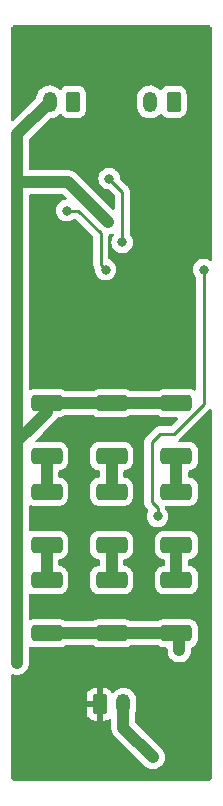
<source format=gbr>
%TF.GenerationSoftware,KiCad,Pcbnew,(6.0.2)*%
%TF.CreationDate,2022-02-16T12:52:40-05:00*%
%TF.ProjectId,aquabotsBMSModule,61717561-626f-4747-9342-4d534d6f6475,rev?*%
%TF.SameCoordinates,Original*%
%TF.FileFunction,Copper,L2,Bot*%
%TF.FilePolarity,Positive*%
%FSLAX46Y46*%
G04 Gerber Fmt 4.6, Leading zero omitted, Abs format (unit mm)*
G04 Created by KiCad (PCBNEW (6.0.2)) date 2022-02-16 12:52:40*
%MOMM*%
%LPD*%
G01*
G04 APERTURE LIST*
G04 Aperture macros list*
%AMRoundRect*
0 Rectangle with rounded corners*
0 $1 Rounding radius*
0 $2 $3 $4 $5 $6 $7 $8 $9 X,Y pos of 4 corners*
0 Add a 4 corners polygon primitive as box body*
4,1,4,$2,$3,$4,$5,$6,$7,$8,$9,$2,$3,0*
0 Add four circle primitives for the rounded corners*
1,1,$1+$1,$2,$3*
1,1,$1+$1,$4,$5*
1,1,$1+$1,$6,$7*
1,1,$1+$1,$8,$9*
0 Add four rect primitives between the rounded corners*
20,1,$1+$1,$2,$3,$4,$5,0*
20,1,$1+$1,$4,$5,$6,$7,0*
20,1,$1+$1,$6,$7,$8,$9,0*
20,1,$1+$1,$8,$9,$2,$3,0*%
G04 Aperture macros list end*
%TA.AperFunction,ComponentPad*%
%ADD10RoundRect,0.250000X-0.350000X-0.625000X0.350000X-0.625000X0.350000X0.625000X-0.350000X0.625000X0*%
%TD*%
%TA.AperFunction,ComponentPad*%
%ADD11O,1.200000X1.750000*%
%TD*%
%TA.AperFunction,ComponentPad*%
%ADD12RoundRect,0.250000X0.350000X0.625000X-0.350000X0.625000X-0.350000X-0.625000X0.350000X-0.625000X0*%
%TD*%
%TA.AperFunction,SMDPad,CuDef*%
%ADD13RoundRect,0.250000X-1.075000X0.425000X-1.075000X-0.425000X1.075000X-0.425000X1.075000X0.425000X0*%
%TD*%
%TA.AperFunction,ViaPad*%
%ADD14C,0.800000*%
%TD*%
%TA.AperFunction,Conductor*%
%ADD15C,0.250000*%
%TD*%
%TA.AperFunction,Conductor*%
%ADD16C,1.000000*%
%TD*%
G04 APERTURE END LIST*
D10*
%TO.P,POWER1,1*%
%TO.N,GND*%
X129000000Y-100000000D03*
D11*
%TO.P,POWER1,2*%
%TO.N,Net-(F1-Pad2)*%
X131000000Y-100000000D03*
%TD*%
D12*
%TO.P,RX1,1*%
%TO.N,RXD0*%
X126750000Y-49000000D03*
D11*
%TO.P,RX1,2*%
%TO.N,VCC*%
X124750000Y-49000000D03*
%TD*%
D12*
%TO.P,TX1,1*%
%TO.N,Net-(TX1-Pad1)*%
X135250000Y-49000000D03*
D11*
%TO.P,TX1,2*%
%TO.N,Net-(TX1-Pad2)*%
X133250000Y-49000000D03*
%TD*%
D13*
%TO.P,R32,1*%
%TO.N,Net-(R32-Pad1)*%
X124500000Y-82000000D03*
%TO.P,R32,2*%
%TO.N,Net-(R31-Pad1)*%
X124500000Y-86500000D03*
%TD*%
%TO.P,R39,1*%
%TO.N,VCC*%
X135500000Y-74500000D03*
%TO.P,R39,2*%
%TO.N,Net-(R38-Pad1)*%
X135500000Y-79000000D03*
%TD*%
%TO.P,R33,1*%
%TO.N,VCC*%
X124500000Y-74500000D03*
%TO.P,R33,2*%
%TO.N,Net-(R32-Pad1)*%
X124500000Y-79000000D03*
%TD*%
%TO.P,R31,1*%
%TO.N,Net-(R31-Pad1)*%
X124500000Y-89500000D03*
%TO.P,R31,2*%
%TO.N,Net-(Q1-Pad3)*%
X124500000Y-94000000D03*
%TD*%
%TO.P,R36,1*%
%TO.N,VCC*%
X130000000Y-74500000D03*
%TO.P,R36,2*%
%TO.N,Net-(R35-Pad1)*%
X130000000Y-79000000D03*
%TD*%
%TO.P,R38,1*%
%TO.N,Net-(R38-Pad1)*%
X135500000Y-82000000D03*
%TO.P,R38,2*%
%TO.N,Net-(R37-Pad1)*%
X135500000Y-86500000D03*
%TD*%
%TO.P,R35,1*%
%TO.N,Net-(R35-Pad1)*%
X130000000Y-82000000D03*
%TO.P,R35,2*%
%TO.N,Net-(R34-Pad1)*%
X130000000Y-86500000D03*
%TD*%
%TO.P,R34,1*%
%TO.N,Net-(R34-Pad1)*%
X130000000Y-89500000D03*
%TO.P,R34,2*%
%TO.N,Net-(Q1-Pad3)*%
X130000000Y-94000000D03*
%TD*%
%TO.P,R37,1*%
%TO.N,Net-(R37-Pad1)*%
X135500000Y-89500000D03*
%TO.P,R37,2*%
%TO.N,Net-(Q1-Pad3)*%
X135500000Y-94000000D03*
%TD*%
D14*
%TO.N,GND*%
X135250000Y-44750000D03*
X137600000Y-58100000D03*
X127200000Y-91400000D03*
X127200000Y-76800000D03*
X136900000Y-53700000D03*
X136400000Y-102900000D03*
X130300000Y-67200000D03*
X136300000Y-70100000D03*
X130000000Y-48800000D03*
X132700000Y-91400000D03*
X127300000Y-104500000D03*
X125600000Y-51100000D03*
X127200000Y-84300000D03*
X131000000Y-54100000D03*
X124800000Y-44750000D03*
X131000000Y-52450000D03*
X134200000Y-58200000D03*
X130100000Y-104500000D03*
X137700000Y-77000000D03*
X127300000Y-98700000D03*
X135900000Y-84400000D03*
X126200000Y-69000000D03*
X132700000Y-91400000D03*
X130000000Y-44750000D03*
X128375000Y-53200000D03*
%TO.N,VREF*%
X133900000Y-84100000D03*
X137800000Y-63200000D03*
%TO.N,TXD0*%
X130900000Y-60900000D03*
X129800000Y-55500000D03*
%TO.N,RXD0*%
X129500000Y-63200000D03*
X126200000Y-58200000D03*
%TO.N,VCC*%
X132750000Y-74500000D03*
X127250000Y-74500000D03*
X122000000Y-96500000D03*
X129700000Y-59200000D03*
X122000000Y-66900000D03*
X123500000Y-76250000D03*
%TO.N,Net-(F1-Pad2)*%
X133500000Y-104500000D03*
%TO.N,Net-(Q1-Pad3)*%
X127250000Y-94000000D03*
X132750000Y-94000000D03*
X135750000Y-95450000D03*
%TD*%
D15*
%TO.N,VREF*%
X133900000Y-83400000D02*
X133400000Y-82900000D01*
X134100000Y-77100000D02*
X135300000Y-77100000D01*
X133900000Y-84100000D02*
X133849990Y-84049990D01*
X137800000Y-74600000D02*
X137800000Y-63200000D01*
X135300000Y-77100000D02*
X137800000Y-74600000D01*
X133400000Y-82900000D02*
X133400000Y-77800000D01*
X133400000Y-77800000D02*
X134100000Y-77100000D01*
X133900000Y-84100000D02*
X133900000Y-83400000D01*
%TO.N,TXD0*%
X130900000Y-56600000D02*
X129800000Y-55500000D01*
X130900000Y-60900000D02*
X130900000Y-56600000D01*
%TO.N,RXD0*%
X129100000Y-62800000D02*
X129100000Y-60100000D01*
X129500000Y-63200000D02*
X129100000Y-62800000D01*
X129100000Y-60100000D02*
X127200000Y-58200000D01*
X127200000Y-58200000D02*
X126200000Y-58200000D01*
D16*
%TO.N,VCC*%
X122000000Y-51750000D02*
X124750000Y-49000000D01*
X130000000Y-74500000D02*
X135500000Y-74500000D01*
X126300000Y-55800000D02*
X122000000Y-55800000D01*
X124500000Y-75250000D02*
X123500000Y-76250000D01*
X122000000Y-95250000D02*
X122000000Y-77750000D01*
X122000000Y-67500000D02*
X122000000Y-77750000D01*
X124500000Y-74500000D02*
X124500000Y-75250000D01*
X122000000Y-67500000D02*
X122000000Y-66900000D01*
X122000000Y-53750000D02*
X122000000Y-51750000D01*
X122000000Y-55800000D02*
X122000000Y-53750000D01*
X124500000Y-74500000D02*
X130000000Y-74500000D01*
X129700000Y-59200000D02*
X126300000Y-55800000D01*
X122000000Y-96500000D02*
X122000000Y-95250000D01*
X122000000Y-77750000D02*
X123500000Y-76250000D01*
X122000000Y-66900000D02*
X122000000Y-55800000D01*
%TO.N,Net-(F1-Pad2)*%
X131000000Y-102000000D02*
X131000000Y-100000000D01*
X133500000Y-104500000D02*
X131000000Y-102000000D01*
%TO.N,Net-(Q1-Pad3)*%
X124500000Y-94000000D02*
X130000000Y-94000000D01*
X135750000Y-94250000D02*
X135500000Y-94000000D01*
X135750000Y-95450000D02*
X135750000Y-94250000D01*
X130000000Y-94000000D02*
X135500000Y-94000000D01*
%TO.N,Net-(R31-Pad1)*%
X124500000Y-86500000D02*
X124500000Y-89500000D01*
%TO.N,Net-(R32-Pad1)*%
X124500000Y-79000000D02*
X124500000Y-82000000D01*
%TO.N,Net-(R34-Pad1)*%
X130000000Y-86500000D02*
X130000000Y-89500000D01*
%TO.N,Net-(R35-Pad1)*%
X130000000Y-79000000D02*
X130000000Y-82000000D01*
%TO.N,Net-(R37-Pad1)*%
X135500000Y-86500000D02*
X135500000Y-89500000D01*
%TO.N,Net-(R38-Pad1)*%
X135500000Y-79000000D02*
X135500000Y-82000000D01*
%TD*%
%TA.AperFunction,Conductor*%
%TO.N,GND*%
G36*
X138402560Y-74987413D02*
G01*
X138461946Y-75026320D01*
X138490870Y-75091157D01*
X138492000Y-75107992D01*
X138492000Y-106277030D01*
X138471998Y-106345151D01*
X138455095Y-106366125D01*
X138366125Y-106455095D01*
X138303813Y-106489121D01*
X138277030Y-106492000D01*
X121722970Y-106492000D01*
X121654849Y-106471998D01*
X121633875Y-106455095D01*
X121544905Y-106366125D01*
X121510879Y-106303813D01*
X121508000Y-106277030D01*
X121508000Y-100672095D01*
X127892001Y-100672095D01*
X127892338Y-100678614D01*
X127902257Y-100774206D01*
X127905149Y-100787600D01*
X127956588Y-100941784D01*
X127962761Y-100954962D01*
X128048063Y-101092807D01*
X128057099Y-101104208D01*
X128171829Y-101218739D01*
X128183240Y-101227751D01*
X128321243Y-101312816D01*
X128334424Y-101318963D01*
X128488710Y-101370138D01*
X128502086Y-101373005D01*
X128596438Y-101382672D01*
X128602854Y-101383000D01*
X128727885Y-101383000D01*
X128743124Y-101378525D01*
X128744329Y-101377135D01*
X128746000Y-101369452D01*
X128746000Y-101364884D01*
X129254000Y-101364884D01*
X129258475Y-101380123D01*
X129259865Y-101381328D01*
X129267548Y-101382999D01*
X129397095Y-101382999D01*
X129403614Y-101382662D01*
X129499206Y-101372743D01*
X129512600Y-101369851D01*
X129666784Y-101318412D01*
X129679958Y-101312240D01*
X129799196Y-101238453D01*
X129867648Y-101219615D01*
X129935418Y-101240776D01*
X129980989Y-101295217D01*
X129991500Y-101345597D01*
X129991500Y-101938157D01*
X129990763Y-101951764D01*
X129986676Y-101989388D01*
X129987213Y-101995523D01*
X129991050Y-102039388D01*
X129991379Y-102044214D01*
X129991500Y-102046686D01*
X129991500Y-102049769D01*
X129991801Y-102052837D01*
X129995690Y-102092506D01*
X129995812Y-102093819D01*
X130003913Y-102186413D01*
X130005400Y-102191532D01*
X130005920Y-102196833D01*
X130032791Y-102285834D01*
X130033126Y-102286967D01*
X130059091Y-102376336D01*
X130061544Y-102381068D01*
X130063084Y-102386169D01*
X130065978Y-102391612D01*
X130106731Y-102468260D01*
X130107343Y-102469426D01*
X130150108Y-102551926D01*
X130153431Y-102556089D01*
X130155934Y-102560796D01*
X130214755Y-102632918D01*
X130215446Y-102633774D01*
X130246738Y-102672973D01*
X130249242Y-102675477D01*
X130249884Y-102676195D01*
X130253585Y-102680528D01*
X130280935Y-102714062D01*
X130285682Y-102717989D01*
X130285684Y-102717991D01*
X130316262Y-102743287D01*
X130325042Y-102751277D01*
X132822075Y-105248309D01*
X132936261Y-105342103D01*
X133110563Y-105435562D01*
X133116456Y-105437364D01*
X133116459Y-105437365D01*
X133293804Y-105491586D01*
X133299698Y-105493388D01*
X133305828Y-105494011D01*
X133305830Y-105494011D01*
X133490334Y-105512752D01*
X133490339Y-105512752D01*
X133496462Y-105513374D01*
X133620525Y-105501646D01*
X133687229Y-105495341D01*
X133687231Y-105495341D01*
X133693362Y-105494761D01*
X133788129Y-105466510D01*
X133876993Y-105440019D01*
X133876995Y-105440018D01*
X133882896Y-105438259D01*
X134057847Y-105346018D01*
X134211547Y-105221553D01*
X134338146Y-105069604D01*
X134432822Y-104895959D01*
X134491965Y-104707232D01*
X134513324Y-104510612D01*
X134496087Y-104313587D01*
X134494368Y-104307670D01*
X134494367Y-104307665D01*
X134442627Y-104129578D01*
X134440909Y-104123664D01*
X134349892Y-103948074D01*
X134322662Y-103913963D01*
X134255458Y-103829777D01*
X134255451Y-103829770D01*
X134253262Y-103827027D01*
X132045405Y-101619171D01*
X132011380Y-101556859D01*
X132008500Y-101530076D01*
X132008500Y-100762557D01*
X132017634Y-100715459D01*
X132065442Y-100596832D01*
X132065443Y-100596829D01*
X132067686Y-100591263D01*
X132108228Y-100383663D01*
X132108500Y-100378101D01*
X132108500Y-99672154D01*
X132093452Y-99514434D01*
X132033908Y-99311466D01*
X132031164Y-99306138D01*
X131939804Y-99128751D01*
X131939802Y-99128748D01*
X131937058Y-99123420D01*
X131806396Y-98957080D01*
X131801865Y-98953148D01*
X131801862Y-98953145D01*
X131651167Y-98822379D01*
X131646637Y-98818448D01*
X131641451Y-98815448D01*
X131641447Y-98815445D01*
X131468742Y-98715533D01*
X131463546Y-98712527D01*
X131263729Y-98643139D01*
X131257794Y-98642278D01*
X131257792Y-98642278D01*
X131060336Y-98613648D01*
X131060333Y-98613648D01*
X131054396Y-98612787D01*
X130843101Y-98622567D01*
X130711923Y-98654181D01*
X130643299Y-98670719D01*
X130643297Y-98670720D01*
X130637466Y-98672125D01*
X130632008Y-98674607D01*
X130632004Y-98674608D01*
X130516959Y-98726916D01*
X130444913Y-98759674D01*
X130272389Y-98882054D01*
X130268251Y-98886377D01*
X130268246Y-98886381D01*
X130180836Y-98977691D01*
X130119280Y-99013067D01*
X130048371Y-99009548D01*
X129990621Y-98968251D01*
X129982674Y-98956863D01*
X129951937Y-98907193D01*
X129942901Y-98895792D01*
X129828171Y-98781261D01*
X129816760Y-98772249D01*
X129678757Y-98687184D01*
X129665576Y-98681037D01*
X129511290Y-98629862D01*
X129497914Y-98626995D01*
X129403562Y-98617328D01*
X129397145Y-98617000D01*
X129272115Y-98617000D01*
X129256876Y-98621475D01*
X129255671Y-98622865D01*
X129254000Y-98630548D01*
X129254000Y-101364884D01*
X128746000Y-101364884D01*
X128746000Y-100272115D01*
X128741525Y-100256876D01*
X128740135Y-100255671D01*
X128732452Y-100254000D01*
X127910116Y-100254000D01*
X127894877Y-100258475D01*
X127893672Y-100259865D01*
X127892001Y-100267548D01*
X127892001Y-100672095D01*
X121508000Y-100672095D01*
X121508000Y-99727885D01*
X127892000Y-99727885D01*
X127896475Y-99743124D01*
X127897865Y-99744329D01*
X127905548Y-99746000D01*
X128727885Y-99746000D01*
X128743124Y-99741525D01*
X128744329Y-99740135D01*
X128746000Y-99732452D01*
X128746000Y-98635116D01*
X128741525Y-98619877D01*
X128740135Y-98618672D01*
X128732452Y-98617001D01*
X128602905Y-98617001D01*
X128596386Y-98617338D01*
X128500794Y-98627257D01*
X128487400Y-98630149D01*
X128333216Y-98681588D01*
X128320038Y-98687761D01*
X128182193Y-98773063D01*
X128170792Y-98782099D01*
X128056261Y-98896829D01*
X128047249Y-98908240D01*
X127962184Y-99046243D01*
X127956037Y-99059424D01*
X127904862Y-99213710D01*
X127901995Y-99227086D01*
X127892328Y-99321438D01*
X127892000Y-99327855D01*
X127892000Y-99727885D01*
X121508000Y-99727885D01*
X121508000Y-97574362D01*
X121528002Y-97506241D01*
X121581658Y-97459748D01*
X121651932Y-97449644D01*
X121671259Y-97453997D01*
X121689838Y-97459748D01*
X121796232Y-97492682D01*
X121802357Y-97493326D01*
X121802358Y-97493326D01*
X121986796Y-97512711D01*
X121986798Y-97512711D01*
X121992925Y-97513355D01*
X122075424Y-97505847D01*
X122183749Y-97495989D01*
X122183752Y-97495988D01*
X122189888Y-97495430D01*
X122195794Y-97493692D01*
X122195798Y-97493691D01*
X122330667Y-97453997D01*
X122379619Y-97439590D01*
X122385077Y-97436737D01*
X122385081Y-97436735D01*
X122492634Y-97380507D01*
X122554890Y-97347960D01*
X122709025Y-97224032D01*
X122836154Y-97072526D01*
X122839121Y-97067128D01*
X122839125Y-97067123D01*
X122928467Y-96904608D01*
X122931433Y-96899213D01*
X122991235Y-96710694D01*
X123008500Y-96556773D01*
X123008500Y-95260558D01*
X123028502Y-95192437D01*
X123082158Y-95145944D01*
X123152432Y-95135840D01*
X123174167Y-95140965D01*
X123263611Y-95170632D01*
X123263613Y-95170632D01*
X123270139Y-95172797D01*
X123276975Y-95173497D01*
X123276978Y-95173498D01*
X123320031Y-95177909D01*
X123374600Y-95183500D01*
X125625400Y-95183500D01*
X125628646Y-95183163D01*
X125628650Y-95183163D01*
X125724308Y-95173238D01*
X125724312Y-95173237D01*
X125731166Y-95172526D01*
X125737702Y-95170345D01*
X125737704Y-95170345D01*
X125869806Y-95126272D01*
X125898946Y-95116550D01*
X126043081Y-95027356D01*
X126109384Y-95008500D01*
X128390342Y-95008500D01*
X128456458Y-95027240D01*
X128595096Y-95112698D01*
X128602262Y-95117115D01*
X128670001Y-95139583D01*
X128763611Y-95170632D01*
X128763613Y-95170632D01*
X128770139Y-95172797D01*
X128776975Y-95173497D01*
X128776978Y-95173498D01*
X128820031Y-95177909D01*
X128874600Y-95183500D01*
X131125400Y-95183500D01*
X131128646Y-95183163D01*
X131128650Y-95183163D01*
X131224308Y-95173238D01*
X131224312Y-95173237D01*
X131231166Y-95172526D01*
X131237702Y-95170345D01*
X131237704Y-95170345D01*
X131369806Y-95126272D01*
X131398946Y-95116550D01*
X131543081Y-95027356D01*
X131609384Y-95008500D01*
X133890342Y-95008500D01*
X133956458Y-95027240D01*
X134095096Y-95112698D01*
X134102262Y-95117115D01*
X134170001Y-95139583D01*
X134263611Y-95170632D01*
X134263613Y-95170632D01*
X134270139Y-95172797D01*
X134276975Y-95173497D01*
X134276978Y-95173498D01*
X134320031Y-95177909D01*
X134374600Y-95183500D01*
X134615500Y-95183500D01*
X134683621Y-95203502D01*
X134730114Y-95257158D01*
X134741500Y-95309500D01*
X134741500Y-95499769D01*
X134741800Y-95502825D01*
X134741800Y-95502832D01*
X134742530Y-95510273D01*
X134755920Y-95646833D01*
X134813084Y-95836169D01*
X134905934Y-96010796D01*
X134976291Y-96097062D01*
X135027040Y-96159287D01*
X135027043Y-96159290D01*
X135030935Y-96164062D01*
X135035682Y-96167989D01*
X135035684Y-96167991D01*
X135178575Y-96286201D01*
X135178579Y-96286203D01*
X135183325Y-96290130D01*
X135357299Y-96384198D01*
X135546232Y-96442682D01*
X135552357Y-96443326D01*
X135552358Y-96443326D01*
X135736796Y-96462711D01*
X135736798Y-96462711D01*
X135742925Y-96463355D01*
X135825424Y-96455847D01*
X135933749Y-96445989D01*
X135933752Y-96445988D01*
X135939888Y-96445430D01*
X135945794Y-96443692D01*
X135945798Y-96443691D01*
X136050924Y-96412751D01*
X136129619Y-96389590D01*
X136135077Y-96386737D01*
X136135081Y-96386735D01*
X136225853Y-96339280D01*
X136304890Y-96297960D01*
X136459025Y-96174032D01*
X136586154Y-96022526D01*
X136589121Y-96017128D01*
X136589125Y-96017123D01*
X136678467Y-95854608D01*
X136681433Y-95849213D01*
X136683846Y-95841608D01*
X136739373Y-95666564D01*
X136739373Y-95666563D01*
X136741235Y-95660694D01*
X136758500Y-95506773D01*
X136758500Y-95254197D01*
X136778502Y-95186076D01*
X136832158Y-95139583D01*
X136844623Y-95134674D01*
X136892002Y-95118867D01*
X136892004Y-95118866D01*
X136898946Y-95116550D01*
X137049348Y-95023478D01*
X137174305Y-94898303D01*
X137267115Y-94747738D01*
X137322797Y-94579861D01*
X137333500Y-94475400D01*
X137333500Y-93524600D01*
X137322526Y-93418834D01*
X137266550Y-93251054D01*
X137173478Y-93100652D01*
X137048303Y-92975695D01*
X136991570Y-92940724D01*
X136903968Y-92886725D01*
X136903966Y-92886724D01*
X136897738Y-92882885D01*
X136737254Y-92829655D01*
X136736389Y-92829368D01*
X136736387Y-92829368D01*
X136729861Y-92827203D01*
X136723025Y-92826503D01*
X136723022Y-92826502D01*
X136679969Y-92822091D01*
X136625400Y-92816500D01*
X134374600Y-92816500D01*
X134371354Y-92816837D01*
X134371350Y-92816837D01*
X134275692Y-92826762D01*
X134275688Y-92826763D01*
X134268834Y-92827474D01*
X134262298Y-92829655D01*
X134262296Y-92829655D01*
X134174378Y-92858987D01*
X134101054Y-92883450D01*
X133956919Y-92972644D01*
X133890616Y-92991500D01*
X131609658Y-92991500D01*
X131543542Y-92972760D01*
X131403968Y-92886725D01*
X131403966Y-92886724D01*
X131397738Y-92882885D01*
X131237254Y-92829655D01*
X131236389Y-92829368D01*
X131236387Y-92829368D01*
X131229861Y-92827203D01*
X131223025Y-92826503D01*
X131223022Y-92826502D01*
X131179969Y-92822091D01*
X131125400Y-92816500D01*
X128874600Y-92816500D01*
X128871354Y-92816837D01*
X128871350Y-92816837D01*
X128775692Y-92826762D01*
X128775688Y-92826763D01*
X128768834Y-92827474D01*
X128762298Y-92829655D01*
X128762296Y-92829655D01*
X128674378Y-92858987D01*
X128601054Y-92883450D01*
X128456919Y-92972644D01*
X128390616Y-92991500D01*
X126109658Y-92991500D01*
X126043542Y-92972760D01*
X125903968Y-92886725D01*
X125903966Y-92886724D01*
X125897738Y-92882885D01*
X125737254Y-92829655D01*
X125736389Y-92829368D01*
X125736387Y-92829368D01*
X125729861Y-92827203D01*
X125723025Y-92826503D01*
X125723022Y-92826502D01*
X125679969Y-92822091D01*
X125625400Y-92816500D01*
X123374600Y-92816500D01*
X123371354Y-92816837D01*
X123371350Y-92816837D01*
X123275692Y-92826762D01*
X123275688Y-92826763D01*
X123268834Y-92827474D01*
X123262292Y-92829657D01*
X123262290Y-92829657D01*
X123174377Y-92858987D01*
X123103427Y-92861572D01*
X123042343Y-92825389D01*
X123010518Y-92761925D01*
X123008500Y-92739464D01*
X123008500Y-90760558D01*
X123028502Y-90692437D01*
X123082158Y-90645944D01*
X123152432Y-90635840D01*
X123174167Y-90640965D01*
X123263611Y-90670632D01*
X123263613Y-90670632D01*
X123270139Y-90672797D01*
X123276975Y-90673497D01*
X123276978Y-90673498D01*
X123320031Y-90677909D01*
X123374600Y-90683500D01*
X125625400Y-90683500D01*
X125628646Y-90683163D01*
X125628650Y-90683163D01*
X125724308Y-90673238D01*
X125724312Y-90673237D01*
X125731166Y-90672526D01*
X125737702Y-90670345D01*
X125737704Y-90670345D01*
X125869806Y-90626272D01*
X125898946Y-90616550D01*
X126049348Y-90523478D01*
X126174305Y-90398303D01*
X126267115Y-90247738D01*
X126322797Y-90079861D01*
X126333500Y-89975400D01*
X128166500Y-89975400D01*
X128177474Y-90081166D01*
X128233450Y-90248946D01*
X128326522Y-90399348D01*
X128451697Y-90524305D01*
X128457927Y-90528145D01*
X128457928Y-90528146D01*
X128595090Y-90612694D01*
X128602262Y-90617115D01*
X128674168Y-90640965D01*
X128763611Y-90670632D01*
X128763613Y-90670632D01*
X128770139Y-90672797D01*
X128776975Y-90673497D01*
X128776978Y-90673498D01*
X128820031Y-90677909D01*
X128874600Y-90683500D01*
X131125400Y-90683500D01*
X131128646Y-90683163D01*
X131128650Y-90683163D01*
X131224308Y-90673238D01*
X131224312Y-90673237D01*
X131231166Y-90672526D01*
X131237702Y-90670345D01*
X131237704Y-90670345D01*
X131369806Y-90626272D01*
X131398946Y-90616550D01*
X131549348Y-90523478D01*
X131674305Y-90398303D01*
X131767115Y-90247738D01*
X131822797Y-90079861D01*
X131833500Y-89975400D01*
X133666500Y-89975400D01*
X133677474Y-90081166D01*
X133733450Y-90248946D01*
X133826522Y-90399348D01*
X133951697Y-90524305D01*
X133957927Y-90528145D01*
X133957928Y-90528146D01*
X134095090Y-90612694D01*
X134102262Y-90617115D01*
X134174168Y-90640965D01*
X134263611Y-90670632D01*
X134263613Y-90670632D01*
X134270139Y-90672797D01*
X134276975Y-90673497D01*
X134276978Y-90673498D01*
X134320031Y-90677909D01*
X134374600Y-90683500D01*
X136625400Y-90683500D01*
X136628646Y-90683163D01*
X136628650Y-90683163D01*
X136724308Y-90673238D01*
X136724312Y-90673237D01*
X136731166Y-90672526D01*
X136737702Y-90670345D01*
X136737704Y-90670345D01*
X136869806Y-90626272D01*
X136898946Y-90616550D01*
X137049348Y-90523478D01*
X137174305Y-90398303D01*
X137267115Y-90247738D01*
X137322797Y-90079861D01*
X137333500Y-89975400D01*
X137333500Y-89024600D01*
X137322526Y-88918834D01*
X137266550Y-88751054D01*
X137173478Y-88600652D01*
X137048303Y-88475695D01*
X136991570Y-88440724D01*
X136903968Y-88386725D01*
X136903966Y-88386724D01*
X136897738Y-88382885D01*
X136737254Y-88329655D01*
X136736389Y-88329368D01*
X136736387Y-88329368D01*
X136729861Y-88327203D01*
X136723025Y-88326503D01*
X136723022Y-88326502D01*
X136628594Y-88316827D01*
X136628589Y-88316827D01*
X136625400Y-88316500D01*
X136625463Y-88315886D01*
X136561066Y-88293354D01*
X136517368Y-88237398D01*
X136508500Y-88190965D01*
X136508500Y-87809029D01*
X136528502Y-87740908D01*
X136582158Y-87694415D01*
X136625433Y-87683823D01*
X136625400Y-87683500D01*
X136627745Y-87683257D01*
X136627747Y-87683256D01*
X136628646Y-87683163D01*
X136628650Y-87683163D01*
X136724308Y-87673238D01*
X136724312Y-87673237D01*
X136731166Y-87672526D01*
X136737702Y-87670345D01*
X136737704Y-87670345D01*
X136869806Y-87626272D01*
X136898946Y-87616550D01*
X137049348Y-87523478D01*
X137174305Y-87398303D01*
X137267115Y-87247738D01*
X137322797Y-87079861D01*
X137333500Y-86975400D01*
X137333500Y-86024600D01*
X137322526Y-85918834D01*
X137266550Y-85751054D01*
X137173478Y-85600652D01*
X137048303Y-85475695D01*
X136991570Y-85440724D01*
X136903968Y-85386725D01*
X136903966Y-85386724D01*
X136897738Y-85382885D01*
X136737254Y-85329655D01*
X136736389Y-85329368D01*
X136736387Y-85329368D01*
X136729861Y-85327203D01*
X136723025Y-85326503D01*
X136723022Y-85326502D01*
X136679969Y-85322091D01*
X136625400Y-85316500D01*
X134374600Y-85316500D01*
X134371354Y-85316837D01*
X134371350Y-85316837D01*
X134275692Y-85326762D01*
X134275688Y-85326763D01*
X134268834Y-85327474D01*
X134262298Y-85329655D01*
X134262296Y-85329655D01*
X134174378Y-85358987D01*
X134101054Y-85383450D01*
X133950652Y-85476522D01*
X133825695Y-85601697D01*
X133732885Y-85752262D01*
X133677203Y-85920139D01*
X133666500Y-86024600D01*
X133666500Y-86975400D01*
X133677474Y-87081166D01*
X133733450Y-87248946D01*
X133826522Y-87399348D01*
X133951697Y-87524305D01*
X133957927Y-87528145D01*
X133957928Y-87528146D01*
X134095090Y-87612694D01*
X134102262Y-87617115D01*
X134174168Y-87640965D01*
X134263611Y-87670632D01*
X134263613Y-87670632D01*
X134270139Y-87672797D01*
X134276975Y-87673497D01*
X134276978Y-87673498D01*
X134371406Y-87683173D01*
X134371411Y-87683173D01*
X134374600Y-87683500D01*
X134374537Y-87684114D01*
X134438934Y-87706646D01*
X134482632Y-87762602D01*
X134491500Y-87809035D01*
X134491500Y-88190971D01*
X134471498Y-88259092D01*
X134417842Y-88305585D01*
X134374567Y-88316177D01*
X134374600Y-88316500D01*
X134372255Y-88316743D01*
X134372253Y-88316744D01*
X134371354Y-88316837D01*
X134371350Y-88316837D01*
X134275692Y-88326762D01*
X134275688Y-88326763D01*
X134268834Y-88327474D01*
X134262298Y-88329655D01*
X134262296Y-88329655D01*
X134174378Y-88358987D01*
X134101054Y-88383450D01*
X133950652Y-88476522D01*
X133825695Y-88601697D01*
X133732885Y-88752262D01*
X133677203Y-88920139D01*
X133666500Y-89024600D01*
X133666500Y-89975400D01*
X131833500Y-89975400D01*
X131833500Y-89024600D01*
X131822526Y-88918834D01*
X131766550Y-88751054D01*
X131673478Y-88600652D01*
X131548303Y-88475695D01*
X131491570Y-88440724D01*
X131403968Y-88386725D01*
X131403966Y-88386724D01*
X131397738Y-88382885D01*
X131237254Y-88329655D01*
X131236389Y-88329368D01*
X131236387Y-88329368D01*
X131229861Y-88327203D01*
X131223025Y-88326503D01*
X131223022Y-88326502D01*
X131128594Y-88316827D01*
X131128589Y-88316827D01*
X131125400Y-88316500D01*
X131125463Y-88315886D01*
X131061066Y-88293354D01*
X131017368Y-88237398D01*
X131008500Y-88190965D01*
X131008500Y-87809029D01*
X131028502Y-87740908D01*
X131082158Y-87694415D01*
X131125433Y-87683823D01*
X131125400Y-87683500D01*
X131127745Y-87683257D01*
X131127747Y-87683256D01*
X131128646Y-87683163D01*
X131128650Y-87683163D01*
X131224308Y-87673238D01*
X131224312Y-87673237D01*
X131231166Y-87672526D01*
X131237702Y-87670345D01*
X131237704Y-87670345D01*
X131369806Y-87626272D01*
X131398946Y-87616550D01*
X131549348Y-87523478D01*
X131674305Y-87398303D01*
X131767115Y-87247738D01*
X131822797Y-87079861D01*
X131833500Y-86975400D01*
X131833500Y-86024600D01*
X131822526Y-85918834D01*
X131766550Y-85751054D01*
X131673478Y-85600652D01*
X131548303Y-85475695D01*
X131491570Y-85440724D01*
X131403968Y-85386725D01*
X131403966Y-85386724D01*
X131397738Y-85382885D01*
X131237254Y-85329655D01*
X131236389Y-85329368D01*
X131236387Y-85329368D01*
X131229861Y-85327203D01*
X131223025Y-85326503D01*
X131223022Y-85326502D01*
X131179969Y-85322091D01*
X131125400Y-85316500D01*
X128874600Y-85316500D01*
X128871354Y-85316837D01*
X128871350Y-85316837D01*
X128775692Y-85326762D01*
X128775688Y-85326763D01*
X128768834Y-85327474D01*
X128762298Y-85329655D01*
X128762296Y-85329655D01*
X128674378Y-85358987D01*
X128601054Y-85383450D01*
X128450652Y-85476522D01*
X128325695Y-85601697D01*
X128232885Y-85752262D01*
X128177203Y-85920139D01*
X128166500Y-86024600D01*
X128166500Y-86975400D01*
X128177474Y-87081166D01*
X128233450Y-87248946D01*
X128326522Y-87399348D01*
X128451697Y-87524305D01*
X128457927Y-87528145D01*
X128457928Y-87528146D01*
X128595090Y-87612694D01*
X128602262Y-87617115D01*
X128674168Y-87640965D01*
X128763611Y-87670632D01*
X128763613Y-87670632D01*
X128770139Y-87672797D01*
X128776975Y-87673497D01*
X128776978Y-87673498D01*
X128871406Y-87683173D01*
X128871411Y-87683173D01*
X128874600Y-87683500D01*
X128874537Y-87684114D01*
X128938934Y-87706646D01*
X128982632Y-87762602D01*
X128991500Y-87809035D01*
X128991500Y-88190971D01*
X128971498Y-88259092D01*
X128917842Y-88305585D01*
X128874567Y-88316177D01*
X128874600Y-88316500D01*
X128872255Y-88316743D01*
X128872253Y-88316744D01*
X128871354Y-88316837D01*
X128871350Y-88316837D01*
X128775692Y-88326762D01*
X128775688Y-88326763D01*
X128768834Y-88327474D01*
X128762298Y-88329655D01*
X128762296Y-88329655D01*
X128674378Y-88358987D01*
X128601054Y-88383450D01*
X128450652Y-88476522D01*
X128325695Y-88601697D01*
X128232885Y-88752262D01*
X128177203Y-88920139D01*
X128166500Y-89024600D01*
X128166500Y-89975400D01*
X126333500Y-89975400D01*
X126333500Y-89024600D01*
X126322526Y-88918834D01*
X126266550Y-88751054D01*
X126173478Y-88600652D01*
X126048303Y-88475695D01*
X125991570Y-88440724D01*
X125903968Y-88386725D01*
X125903966Y-88386724D01*
X125897738Y-88382885D01*
X125737254Y-88329655D01*
X125736389Y-88329368D01*
X125736387Y-88329368D01*
X125729861Y-88327203D01*
X125723025Y-88326503D01*
X125723022Y-88326502D01*
X125628594Y-88316827D01*
X125628589Y-88316827D01*
X125625400Y-88316500D01*
X125625463Y-88315886D01*
X125561066Y-88293354D01*
X125517368Y-88237398D01*
X125508500Y-88190965D01*
X125508500Y-87809029D01*
X125528502Y-87740908D01*
X125582158Y-87694415D01*
X125625433Y-87683823D01*
X125625400Y-87683500D01*
X125627745Y-87683257D01*
X125627747Y-87683256D01*
X125628646Y-87683163D01*
X125628650Y-87683163D01*
X125724308Y-87673238D01*
X125724312Y-87673237D01*
X125731166Y-87672526D01*
X125737702Y-87670345D01*
X125737704Y-87670345D01*
X125869806Y-87626272D01*
X125898946Y-87616550D01*
X126049348Y-87523478D01*
X126174305Y-87398303D01*
X126267115Y-87247738D01*
X126322797Y-87079861D01*
X126333500Y-86975400D01*
X126333500Y-86024600D01*
X126322526Y-85918834D01*
X126266550Y-85751054D01*
X126173478Y-85600652D01*
X126048303Y-85475695D01*
X125991570Y-85440724D01*
X125903968Y-85386725D01*
X125903966Y-85386724D01*
X125897738Y-85382885D01*
X125737254Y-85329655D01*
X125736389Y-85329368D01*
X125736387Y-85329368D01*
X125729861Y-85327203D01*
X125723025Y-85326503D01*
X125723022Y-85326502D01*
X125679969Y-85322091D01*
X125625400Y-85316500D01*
X123374600Y-85316500D01*
X123371354Y-85316837D01*
X123371350Y-85316837D01*
X123275692Y-85326762D01*
X123275688Y-85326763D01*
X123268834Y-85327474D01*
X123262292Y-85329657D01*
X123262290Y-85329657D01*
X123174377Y-85358987D01*
X123103427Y-85361572D01*
X123042343Y-85325389D01*
X123010518Y-85261925D01*
X123008500Y-85239464D01*
X123008500Y-83260558D01*
X123028502Y-83192437D01*
X123082158Y-83145944D01*
X123152432Y-83135840D01*
X123174167Y-83140965D01*
X123263611Y-83170632D01*
X123263613Y-83170632D01*
X123270139Y-83172797D01*
X123276975Y-83173497D01*
X123276978Y-83173498D01*
X123320031Y-83177909D01*
X123374600Y-83183500D01*
X125625400Y-83183500D01*
X125628646Y-83183163D01*
X125628650Y-83183163D01*
X125724308Y-83173238D01*
X125724312Y-83173237D01*
X125731166Y-83172526D01*
X125737702Y-83170345D01*
X125737704Y-83170345D01*
X125869806Y-83126272D01*
X125898946Y-83116550D01*
X126049348Y-83023478D01*
X126174305Y-82898303D01*
X126178146Y-82892072D01*
X126263275Y-82753968D01*
X126263276Y-82753966D01*
X126267115Y-82747738D01*
X126322797Y-82579861D01*
X126333500Y-82475400D01*
X128166500Y-82475400D01*
X128177474Y-82581166D01*
X128233450Y-82748946D01*
X128326522Y-82899348D01*
X128331704Y-82904521D01*
X128339141Y-82911945D01*
X128451697Y-83024305D01*
X128457927Y-83028145D01*
X128457928Y-83028146D01*
X128595090Y-83112694D01*
X128602262Y-83117115D01*
X128674168Y-83140965D01*
X128763611Y-83170632D01*
X128763613Y-83170632D01*
X128770139Y-83172797D01*
X128776975Y-83173497D01*
X128776978Y-83173498D01*
X128820031Y-83177909D01*
X128874600Y-83183500D01*
X131125400Y-83183500D01*
X131128646Y-83183163D01*
X131128650Y-83183163D01*
X131224308Y-83173238D01*
X131224312Y-83173237D01*
X131231166Y-83172526D01*
X131237702Y-83170345D01*
X131237704Y-83170345D01*
X131369806Y-83126272D01*
X131398946Y-83116550D01*
X131549348Y-83023478D01*
X131674305Y-82898303D01*
X131678146Y-82892072D01*
X131763275Y-82753968D01*
X131763276Y-82753966D01*
X131767115Y-82747738D01*
X131822797Y-82579861D01*
X131833500Y-82475400D01*
X131833500Y-81524600D01*
X131822526Y-81418834D01*
X131766550Y-81251054D01*
X131673478Y-81100652D01*
X131548303Y-80975695D01*
X131466473Y-80925254D01*
X131403968Y-80886725D01*
X131403966Y-80886724D01*
X131397738Y-80882885D01*
X131317995Y-80856436D01*
X131236389Y-80829368D01*
X131236387Y-80829368D01*
X131229861Y-80827203D01*
X131223025Y-80826503D01*
X131223022Y-80826502D01*
X131128594Y-80816827D01*
X131128589Y-80816827D01*
X131125400Y-80816500D01*
X131125463Y-80815886D01*
X131061066Y-80793354D01*
X131017368Y-80737398D01*
X131008500Y-80690965D01*
X131008500Y-80309029D01*
X131028502Y-80240908D01*
X131082158Y-80194415D01*
X131125433Y-80183823D01*
X131125400Y-80183500D01*
X131127745Y-80183257D01*
X131127747Y-80183256D01*
X131128646Y-80183163D01*
X131128650Y-80183163D01*
X131224308Y-80173238D01*
X131224312Y-80173237D01*
X131231166Y-80172526D01*
X131237702Y-80170345D01*
X131237704Y-80170345D01*
X131369806Y-80126272D01*
X131398946Y-80116550D01*
X131549348Y-80023478D01*
X131674305Y-79898303D01*
X131767115Y-79747738D01*
X131822797Y-79579861D01*
X131833500Y-79475400D01*
X131833500Y-78524600D01*
X131822526Y-78418834D01*
X131766550Y-78251054D01*
X131673478Y-78100652D01*
X131548303Y-77975695D01*
X131542072Y-77971854D01*
X131403968Y-77886725D01*
X131403966Y-77886724D01*
X131397738Y-77882885D01*
X131255838Y-77835819D01*
X131236389Y-77829368D01*
X131236387Y-77829368D01*
X131229861Y-77827203D01*
X131223025Y-77826503D01*
X131223022Y-77826502D01*
X131179969Y-77822091D01*
X131125400Y-77816500D01*
X128874600Y-77816500D01*
X128871354Y-77816837D01*
X128871350Y-77816837D01*
X128775692Y-77826762D01*
X128775688Y-77826763D01*
X128768834Y-77827474D01*
X128762298Y-77829655D01*
X128762296Y-77829655D01*
X128630194Y-77873728D01*
X128601054Y-77883450D01*
X128450652Y-77976522D01*
X128325695Y-78101697D01*
X128232885Y-78252262D01*
X128177203Y-78420139D01*
X128166500Y-78524600D01*
X128166500Y-79475400D01*
X128177474Y-79581166D01*
X128233450Y-79748946D01*
X128326522Y-79899348D01*
X128451697Y-80024305D01*
X128457927Y-80028145D01*
X128457928Y-80028146D01*
X128595090Y-80112694D01*
X128602262Y-80117115D01*
X128674168Y-80140965D01*
X128763611Y-80170632D01*
X128763613Y-80170632D01*
X128770139Y-80172797D01*
X128776975Y-80173497D01*
X128776978Y-80173498D01*
X128871406Y-80183173D01*
X128871411Y-80183173D01*
X128874600Y-80183500D01*
X128874537Y-80184114D01*
X128938934Y-80206646D01*
X128982632Y-80262602D01*
X128991500Y-80309035D01*
X128991500Y-80690971D01*
X128971498Y-80759092D01*
X128917842Y-80805585D01*
X128874567Y-80816177D01*
X128874600Y-80816500D01*
X128872255Y-80816743D01*
X128872253Y-80816744D01*
X128871354Y-80816837D01*
X128871350Y-80816837D01*
X128775692Y-80826762D01*
X128775688Y-80826763D01*
X128768834Y-80827474D01*
X128762298Y-80829655D01*
X128762296Y-80829655D01*
X128699376Y-80850647D01*
X128601054Y-80883450D01*
X128450652Y-80976522D01*
X128325695Y-81101697D01*
X128232885Y-81252262D01*
X128177203Y-81420139D01*
X128166500Y-81524600D01*
X128166500Y-82475400D01*
X126333500Y-82475400D01*
X126333500Y-81524600D01*
X126322526Y-81418834D01*
X126266550Y-81251054D01*
X126173478Y-81100652D01*
X126048303Y-80975695D01*
X125966473Y-80925254D01*
X125903968Y-80886725D01*
X125903966Y-80886724D01*
X125897738Y-80882885D01*
X125817995Y-80856436D01*
X125736389Y-80829368D01*
X125736387Y-80829368D01*
X125729861Y-80827203D01*
X125723025Y-80826503D01*
X125723022Y-80826502D01*
X125628594Y-80816827D01*
X125628589Y-80816827D01*
X125625400Y-80816500D01*
X125625463Y-80815886D01*
X125561066Y-80793354D01*
X125517368Y-80737398D01*
X125508500Y-80690965D01*
X125508500Y-80309029D01*
X125528502Y-80240908D01*
X125582158Y-80194415D01*
X125625433Y-80183823D01*
X125625400Y-80183500D01*
X125627745Y-80183257D01*
X125627747Y-80183256D01*
X125628646Y-80183163D01*
X125628650Y-80183163D01*
X125724308Y-80173238D01*
X125724312Y-80173237D01*
X125731166Y-80172526D01*
X125737702Y-80170345D01*
X125737704Y-80170345D01*
X125869806Y-80126272D01*
X125898946Y-80116550D01*
X126049348Y-80023478D01*
X126174305Y-79898303D01*
X126267115Y-79747738D01*
X126322797Y-79579861D01*
X126333500Y-79475400D01*
X126333500Y-78524600D01*
X126322526Y-78418834D01*
X126266550Y-78251054D01*
X126173478Y-78100652D01*
X126048303Y-77975695D01*
X126042072Y-77971854D01*
X125903968Y-77886725D01*
X125903966Y-77886724D01*
X125897738Y-77882885D01*
X125755838Y-77835819D01*
X125736389Y-77829368D01*
X125736387Y-77829368D01*
X125729861Y-77827203D01*
X125723025Y-77826503D01*
X125723022Y-77826502D01*
X125679969Y-77822091D01*
X125625400Y-77816500D01*
X123663926Y-77816500D01*
X123595805Y-77796498D01*
X123549312Y-77742842D01*
X123539208Y-77672568D01*
X123568702Y-77607988D01*
X123574830Y-77601405D01*
X124172968Y-77003266D01*
X124172973Y-77003262D01*
X125169388Y-76006846D01*
X125179522Y-75997753D01*
X125204218Y-75977897D01*
X125209025Y-75974032D01*
X125241292Y-75935578D01*
X125244473Y-75931930D01*
X125246117Y-75930117D01*
X125248309Y-75927925D01*
X125275580Y-75894724D01*
X125276362Y-75893782D01*
X125277848Y-75892012D01*
X125305915Y-75858563D01*
X125332193Y-75827247D01*
X125332195Y-75827244D01*
X125336154Y-75822526D01*
X125338723Y-75817853D01*
X125342103Y-75813738D01*
X125376302Y-75749958D01*
X125426121Y-75699375D01*
X125487346Y-75683500D01*
X125625400Y-75683500D01*
X125628646Y-75683163D01*
X125628650Y-75683163D01*
X125724308Y-75673238D01*
X125724312Y-75673237D01*
X125731166Y-75672526D01*
X125737702Y-75670345D01*
X125737704Y-75670345D01*
X125869806Y-75626272D01*
X125898946Y-75616550D01*
X126043081Y-75527356D01*
X126109384Y-75508500D01*
X128390342Y-75508500D01*
X128456458Y-75527240D01*
X128596032Y-75613275D01*
X128602262Y-75617115D01*
X128682005Y-75643564D01*
X128763611Y-75670632D01*
X128763613Y-75670632D01*
X128770139Y-75672797D01*
X128776975Y-75673497D01*
X128776978Y-75673498D01*
X128820031Y-75677909D01*
X128874600Y-75683500D01*
X131125400Y-75683500D01*
X131128646Y-75683163D01*
X131128650Y-75683163D01*
X131224308Y-75673238D01*
X131224312Y-75673237D01*
X131231166Y-75672526D01*
X131237702Y-75670345D01*
X131237704Y-75670345D01*
X131369806Y-75626272D01*
X131398946Y-75616550D01*
X131543081Y-75527356D01*
X131609384Y-75508500D01*
X133890342Y-75508500D01*
X133956458Y-75527240D01*
X134096032Y-75613275D01*
X134102262Y-75617115D01*
X134182005Y-75643564D01*
X134263611Y-75670632D01*
X134263613Y-75670632D01*
X134270139Y-75672797D01*
X134276975Y-75673497D01*
X134276978Y-75673498D01*
X134320031Y-75677909D01*
X134374600Y-75683500D01*
X135516405Y-75683500D01*
X135584526Y-75703502D01*
X135631019Y-75757158D01*
X135641123Y-75827432D01*
X135611629Y-75892012D01*
X135605500Y-75898595D01*
X135074500Y-76429595D01*
X135012188Y-76463621D01*
X134985405Y-76466500D01*
X134178763Y-76466500D01*
X134167579Y-76465973D01*
X134160091Y-76464299D01*
X134152168Y-76464548D01*
X134092033Y-76466438D01*
X134088075Y-76466500D01*
X134060144Y-76466500D01*
X134056229Y-76466995D01*
X134056225Y-76466995D01*
X134056167Y-76467003D01*
X134056138Y-76467006D01*
X134044296Y-76467939D01*
X134000110Y-76469327D01*
X133982744Y-76474372D01*
X133980658Y-76474978D01*
X133961306Y-76478986D01*
X133949068Y-76480532D01*
X133949066Y-76480533D01*
X133941203Y-76481526D01*
X133900086Y-76497806D01*
X133888885Y-76501641D01*
X133846406Y-76513982D01*
X133839587Y-76518015D01*
X133839582Y-76518017D01*
X133828971Y-76524293D01*
X133811221Y-76532990D01*
X133792383Y-76540448D01*
X133785967Y-76545109D01*
X133785966Y-76545110D01*
X133756625Y-76566428D01*
X133746701Y-76572947D01*
X133715460Y-76591422D01*
X133715455Y-76591426D01*
X133708637Y-76595458D01*
X133694313Y-76609782D01*
X133679281Y-76622621D01*
X133662893Y-76634528D01*
X133634712Y-76668593D01*
X133626722Y-76677373D01*
X133007747Y-77296348D01*
X132999461Y-77303888D01*
X132992982Y-77308000D01*
X132987557Y-77313777D01*
X132946357Y-77357651D01*
X132943602Y-77360493D01*
X132923865Y-77380230D01*
X132921385Y-77383427D01*
X132913682Y-77392447D01*
X132883414Y-77424679D01*
X132879595Y-77431625D01*
X132879593Y-77431628D01*
X132873652Y-77442434D01*
X132862801Y-77458953D01*
X132850386Y-77474959D01*
X132847241Y-77482228D01*
X132847238Y-77482232D01*
X132832826Y-77515537D01*
X132827609Y-77526187D01*
X132806305Y-77564940D01*
X132804334Y-77572615D01*
X132804334Y-77572616D01*
X132801267Y-77584562D01*
X132794863Y-77603266D01*
X132786819Y-77621855D01*
X132785580Y-77629678D01*
X132785577Y-77629688D01*
X132779901Y-77665524D01*
X132777495Y-77677144D01*
X132768472Y-77712289D01*
X132766500Y-77719970D01*
X132766500Y-77740224D01*
X132764949Y-77759934D01*
X132761780Y-77779943D01*
X132762526Y-77787835D01*
X132765941Y-77823961D01*
X132766500Y-77835819D01*
X132766500Y-82821233D01*
X132765973Y-82832416D01*
X132764298Y-82839909D01*
X132764547Y-82847835D01*
X132764547Y-82847836D01*
X132766438Y-82907986D01*
X132766500Y-82911945D01*
X132766500Y-82939856D01*
X132766997Y-82943790D01*
X132766997Y-82943791D01*
X132767005Y-82943856D01*
X132767938Y-82955693D01*
X132769327Y-82999889D01*
X132774675Y-83018296D01*
X132774978Y-83019339D01*
X132778987Y-83038700D01*
X132781526Y-83058797D01*
X132784445Y-83066168D01*
X132784445Y-83066170D01*
X132797804Y-83099912D01*
X132801649Y-83111142D01*
X132813982Y-83153593D01*
X132818015Y-83160412D01*
X132818017Y-83160417D01*
X132824293Y-83171028D01*
X132832988Y-83188776D01*
X132840448Y-83207617D01*
X132845110Y-83214033D01*
X132845110Y-83214034D01*
X132866436Y-83243387D01*
X132872952Y-83253307D01*
X132895458Y-83291362D01*
X132909779Y-83305683D01*
X132922619Y-83320716D01*
X132934528Y-83337107D01*
X132940636Y-83342160D01*
X132968598Y-83365292D01*
X132977378Y-83373282D01*
X133094861Y-83490765D01*
X133128887Y-83553077D01*
X133123822Y-83623892D01*
X133114885Y-83642860D01*
X133065473Y-83728444D01*
X133006458Y-83910072D01*
X132986496Y-84100000D01*
X133006458Y-84289928D01*
X133065473Y-84471556D01*
X133160960Y-84636944D01*
X133288747Y-84778866D01*
X133443248Y-84891118D01*
X133449276Y-84893802D01*
X133449278Y-84893803D01*
X133611681Y-84966109D01*
X133617712Y-84968794D01*
X133711113Y-84988647D01*
X133798056Y-85007128D01*
X133798061Y-85007128D01*
X133804513Y-85008500D01*
X133995487Y-85008500D01*
X134001939Y-85007128D01*
X134001944Y-85007128D01*
X134088887Y-84988647D01*
X134182288Y-84968794D01*
X134188319Y-84966109D01*
X134350722Y-84893803D01*
X134350724Y-84893802D01*
X134356752Y-84891118D01*
X134511253Y-84778866D01*
X134639040Y-84636944D01*
X134734527Y-84471556D01*
X134793542Y-84289928D01*
X134813504Y-84100000D01*
X134793542Y-83910072D01*
X134734527Y-83728444D01*
X134639040Y-83563056D01*
X134566170Y-83482125D01*
X134535453Y-83418117D01*
X134533869Y-83401771D01*
X134533562Y-83391998D01*
X134533500Y-83388042D01*
X134533500Y-83360144D01*
X134532996Y-83356153D01*
X134532063Y-83344308D01*
X134531094Y-83313455D01*
X134548948Y-83244740D01*
X134601118Y-83196586D01*
X134657032Y-83183500D01*
X136625400Y-83183500D01*
X136628646Y-83183163D01*
X136628650Y-83183163D01*
X136724308Y-83173238D01*
X136724312Y-83173237D01*
X136731166Y-83172526D01*
X136737702Y-83170345D01*
X136737704Y-83170345D01*
X136869806Y-83126272D01*
X136898946Y-83116550D01*
X137049348Y-83023478D01*
X137174305Y-82898303D01*
X137178146Y-82892072D01*
X137263275Y-82753968D01*
X137263276Y-82753966D01*
X137267115Y-82747738D01*
X137322797Y-82579861D01*
X137333500Y-82475400D01*
X137333500Y-81524600D01*
X137322526Y-81418834D01*
X137266550Y-81251054D01*
X137173478Y-81100652D01*
X137048303Y-80975695D01*
X136966473Y-80925254D01*
X136903968Y-80886725D01*
X136903966Y-80886724D01*
X136897738Y-80882885D01*
X136817995Y-80856436D01*
X136736389Y-80829368D01*
X136736387Y-80829368D01*
X136729861Y-80827203D01*
X136723025Y-80826503D01*
X136723022Y-80826502D01*
X136628594Y-80816827D01*
X136628589Y-80816827D01*
X136625400Y-80816500D01*
X136625463Y-80815886D01*
X136561066Y-80793354D01*
X136517368Y-80737398D01*
X136508500Y-80690965D01*
X136508500Y-80309029D01*
X136528502Y-80240908D01*
X136582158Y-80194415D01*
X136625433Y-80183823D01*
X136625400Y-80183500D01*
X136627745Y-80183257D01*
X136627747Y-80183256D01*
X136628646Y-80183163D01*
X136628650Y-80183163D01*
X136724308Y-80173238D01*
X136724312Y-80173237D01*
X136731166Y-80172526D01*
X136737702Y-80170345D01*
X136737704Y-80170345D01*
X136869806Y-80126272D01*
X136898946Y-80116550D01*
X137049348Y-80023478D01*
X137174305Y-79898303D01*
X137267115Y-79747738D01*
X137322797Y-79579861D01*
X137333500Y-79475400D01*
X137333500Y-78524600D01*
X137322526Y-78418834D01*
X137266550Y-78251054D01*
X137173478Y-78100652D01*
X137048303Y-77975695D01*
X137042072Y-77971854D01*
X136903968Y-77886725D01*
X136903966Y-77886724D01*
X136897738Y-77882885D01*
X136755838Y-77835819D01*
X136736389Y-77829368D01*
X136736387Y-77829368D01*
X136729861Y-77827203D01*
X136723025Y-77826503D01*
X136723022Y-77826502D01*
X136679969Y-77822091D01*
X136625400Y-77816500D01*
X135783594Y-77816500D01*
X135715473Y-77796498D01*
X135668980Y-77742842D01*
X135658876Y-77672568D01*
X135688370Y-77607988D01*
X135694499Y-77601405D01*
X135705683Y-77590221D01*
X135720717Y-77577380D01*
X135730694Y-77570131D01*
X135737107Y-77565472D01*
X135765298Y-77531395D01*
X135773288Y-77522616D01*
X138192253Y-75103652D01*
X138200539Y-75096112D01*
X138207018Y-75092000D01*
X138253644Y-75042348D01*
X138256398Y-75039507D01*
X138276135Y-75019770D01*
X138277336Y-75020971D01*
X138331566Y-74986788D01*
X138402560Y-74987413D01*
G37*
%TD.AperFunction*%
%TA.AperFunction,Conductor*%
G36*
X138345151Y-42528002D02*
G01*
X138366125Y-42544905D01*
X138455095Y-42633875D01*
X138489121Y-42696187D01*
X138492000Y-42722970D01*
X138492000Y-62332511D01*
X138471998Y-62400632D01*
X138418342Y-62447125D01*
X138348068Y-62457229D01*
X138291939Y-62434447D01*
X138262094Y-62412763D01*
X138262093Y-62412762D01*
X138256752Y-62408882D01*
X138250724Y-62406198D01*
X138250722Y-62406197D01*
X138088319Y-62333891D01*
X138088318Y-62333891D01*
X138082288Y-62331206D01*
X137988887Y-62311353D01*
X137901944Y-62292872D01*
X137901939Y-62292872D01*
X137895487Y-62291500D01*
X137704513Y-62291500D01*
X137698061Y-62292872D01*
X137698056Y-62292872D01*
X137611113Y-62311353D01*
X137517712Y-62331206D01*
X137511682Y-62333891D01*
X137511681Y-62333891D01*
X137349278Y-62406197D01*
X137349276Y-62406198D01*
X137343248Y-62408882D01*
X137188747Y-62521134D01*
X137060960Y-62663056D01*
X136965473Y-62828444D01*
X136906458Y-63010072D01*
X136905768Y-63016633D01*
X136905768Y-63016635D01*
X136900051Y-63071028D01*
X136886496Y-63200000D01*
X136906458Y-63389928D01*
X136965473Y-63571556D01*
X137060960Y-63736944D01*
X137134137Y-63818215D01*
X137164853Y-63882221D01*
X137166500Y-63902524D01*
X137166500Y-73322870D01*
X137146498Y-73390991D01*
X137092842Y-73437484D01*
X137022568Y-73447588D01*
X136974384Y-73430130D01*
X136903968Y-73386725D01*
X136903966Y-73386724D01*
X136897738Y-73382885D01*
X136737254Y-73329655D01*
X136736389Y-73329368D01*
X136736387Y-73329368D01*
X136729861Y-73327203D01*
X136723025Y-73326503D01*
X136723022Y-73326502D01*
X136679969Y-73322091D01*
X136625400Y-73316500D01*
X134374600Y-73316500D01*
X134371354Y-73316837D01*
X134371350Y-73316837D01*
X134275692Y-73326762D01*
X134275688Y-73326763D01*
X134268834Y-73327474D01*
X134262298Y-73329655D01*
X134262296Y-73329655D01*
X134174378Y-73358987D01*
X134101054Y-73383450D01*
X134008501Y-73440724D01*
X133956919Y-73472644D01*
X133890616Y-73491500D01*
X131609658Y-73491500D01*
X131543542Y-73472760D01*
X131403968Y-73386725D01*
X131403966Y-73386724D01*
X131397738Y-73382885D01*
X131237254Y-73329655D01*
X131236389Y-73329368D01*
X131236387Y-73329368D01*
X131229861Y-73327203D01*
X131223025Y-73326503D01*
X131223022Y-73326502D01*
X131179969Y-73322091D01*
X131125400Y-73316500D01*
X128874600Y-73316500D01*
X128871354Y-73316837D01*
X128871350Y-73316837D01*
X128775692Y-73326762D01*
X128775688Y-73326763D01*
X128768834Y-73327474D01*
X128762298Y-73329655D01*
X128762296Y-73329655D01*
X128674378Y-73358987D01*
X128601054Y-73383450D01*
X128508501Y-73440724D01*
X128456919Y-73472644D01*
X128390616Y-73491500D01*
X126109658Y-73491500D01*
X126043542Y-73472760D01*
X125903968Y-73386725D01*
X125903966Y-73386724D01*
X125897738Y-73382885D01*
X125737254Y-73329655D01*
X125736389Y-73329368D01*
X125736387Y-73329368D01*
X125729861Y-73327203D01*
X125723025Y-73326503D01*
X125723022Y-73326502D01*
X125679969Y-73322091D01*
X125625400Y-73316500D01*
X123374600Y-73316500D01*
X123371354Y-73316837D01*
X123371350Y-73316837D01*
X123275692Y-73326762D01*
X123275688Y-73326763D01*
X123268834Y-73327474D01*
X123262292Y-73329657D01*
X123262290Y-73329657D01*
X123174377Y-73358987D01*
X123103427Y-73361572D01*
X123042343Y-73325389D01*
X123010518Y-73261925D01*
X123008500Y-73239464D01*
X123008500Y-56934500D01*
X123028502Y-56866379D01*
X123082158Y-56819886D01*
X123134500Y-56808500D01*
X125830075Y-56808500D01*
X125898196Y-56828502D01*
X125919170Y-56845405D01*
X126155463Y-57081698D01*
X126189489Y-57144010D01*
X126184424Y-57214825D01*
X126141877Y-57271661D01*
X126092566Y-57294039D01*
X125917712Y-57331206D01*
X125911682Y-57333891D01*
X125911681Y-57333891D01*
X125749278Y-57406197D01*
X125749276Y-57406198D01*
X125743248Y-57408882D01*
X125588747Y-57521134D01*
X125460960Y-57663056D01*
X125365473Y-57828444D01*
X125306458Y-58010072D01*
X125286496Y-58200000D01*
X125306458Y-58389928D01*
X125365473Y-58571556D01*
X125460960Y-58736944D01*
X125588747Y-58878866D01*
X125743248Y-58991118D01*
X125749276Y-58993802D01*
X125749278Y-58993803D01*
X125911681Y-59066109D01*
X125917712Y-59068794D01*
X126011112Y-59088647D01*
X126098056Y-59107128D01*
X126098061Y-59107128D01*
X126104513Y-59108500D01*
X126295487Y-59108500D01*
X126301939Y-59107128D01*
X126301944Y-59107128D01*
X126388888Y-59088647D01*
X126482288Y-59068794D01*
X126488319Y-59066109D01*
X126650722Y-58993803D01*
X126650724Y-58993802D01*
X126656752Y-58991118D01*
X126811253Y-58878866D01*
X126813399Y-58876483D01*
X126876274Y-58846312D01*
X126946727Y-58855078D01*
X126985667Y-58881571D01*
X128429595Y-60325500D01*
X128463621Y-60387812D01*
X128466500Y-60414595D01*
X128466500Y-62721233D01*
X128465973Y-62732416D01*
X128464298Y-62739909D01*
X128464547Y-62747835D01*
X128464547Y-62747836D01*
X128466438Y-62807986D01*
X128466500Y-62811945D01*
X128466500Y-62839856D01*
X128466997Y-62843790D01*
X128466997Y-62843791D01*
X128467005Y-62843856D01*
X128467938Y-62855693D01*
X128469327Y-62899889D01*
X128474978Y-62919339D01*
X128478987Y-62938700D01*
X128481526Y-62958797D01*
X128484445Y-62966168D01*
X128484445Y-62966170D01*
X128497804Y-62999912D01*
X128501649Y-63011142D01*
X128513982Y-63053593D01*
X128518015Y-63060412D01*
X128518017Y-63060417D01*
X128524293Y-63071028D01*
X128532988Y-63088776D01*
X128540448Y-63107617D01*
X128545111Y-63114035D01*
X128563123Y-63138827D01*
X128583114Y-63200355D01*
X128586496Y-63200000D01*
X128606458Y-63389928D01*
X128665473Y-63571556D01*
X128760960Y-63736944D01*
X128888747Y-63878866D01*
X129043248Y-63991118D01*
X129049276Y-63993802D01*
X129049278Y-63993803D01*
X129211681Y-64066109D01*
X129217712Y-64068794D01*
X129311113Y-64088647D01*
X129398056Y-64107128D01*
X129398061Y-64107128D01*
X129404513Y-64108500D01*
X129595487Y-64108500D01*
X129601939Y-64107128D01*
X129601944Y-64107128D01*
X129688887Y-64088647D01*
X129782288Y-64068794D01*
X129788319Y-64066109D01*
X129950722Y-63993803D01*
X129950724Y-63993802D01*
X129956752Y-63991118D01*
X130111253Y-63878866D01*
X130239040Y-63736944D01*
X130334527Y-63571556D01*
X130393542Y-63389928D01*
X130413504Y-63200000D01*
X130399949Y-63071028D01*
X130394232Y-63016635D01*
X130394232Y-63016633D01*
X130393542Y-63010072D01*
X130334527Y-62828444D01*
X130239040Y-62663056D01*
X130111253Y-62521134D01*
X129956752Y-62408882D01*
X129950724Y-62406198D01*
X129950722Y-62406197D01*
X129808251Y-62342765D01*
X129754155Y-62296785D01*
X129733500Y-62227658D01*
X129733500Y-60324524D01*
X129753502Y-60256403D01*
X129807158Y-60209910D01*
X129847642Y-60199083D01*
X129887229Y-60195341D01*
X129887231Y-60195341D01*
X129893362Y-60194761D01*
X130036702Y-60152030D01*
X130107695Y-60151737D01*
X130167579Y-60189874D01*
X130197338Y-60254333D01*
X130187525Y-60324648D01*
X130169172Y-60352745D01*
X130169259Y-60352808D01*
X130167986Y-60354560D01*
X130166338Y-60357083D01*
X130160960Y-60363056D01*
X130065473Y-60528444D01*
X130006458Y-60710072D01*
X129986496Y-60900000D01*
X130006458Y-61089928D01*
X130065473Y-61271556D01*
X130160960Y-61436944D01*
X130288747Y-61578866D01*
X130443248Y-61691118D01*
X130449276Y-61693802D01*
X130449278Y-61693803D01*
X130611681Y-61766109D01*
X130617712Y-61768794D01*
X130711112Y-61788647D01*
X130798056Y-61807128D01*
X130798061Y-61807128D01*
X130804513Y-61808500D01*
X130995487Y-61808500D01*
X131001939Y-61807128D01*
X131001944Y-61807128D01*
X131088888Y-61788647D01*
X131182288Y-61768794D01*
X131188319Y-61766109D01*
X131350722Y-61693803D01*
X131350724Y-61693802D01*
X131356752Y-61691118D01*
X131511253Y-61578866D01*
X131639040Y-61436944D01*
X131734527Y-61271556D01*
X131793542Y-61089928D01*
X131813504Y-60900000D01*
X131793542Y-60710072D01*
X131734527Y-60528444D01*
X131639040Y-60363056D01*
X131565863Y-60281785D01*
X131535147Y-60217779D01*
X131533500Y-60197476D01*
X131533500Y-56678767D01*
X131534027Y-56667584D01*
X131535702Y-56660091D01*
X131533562Y-56592000D01*
X131533500Y-56588043D01*
X131533500Y-56560144D01*
X131532996Y-56556153D01*
X131532063Y-56544311D01*
X131530923Y-56508036D01*
X131530674Y-56500111D01*
X131528462Y-56492497D01*
X131528461Y-56492492D01*
X131525023Y-56480659D01*
X131521012Y-56461295D01*
X131519467Y-56449064D01*
X131518474Y-56441203D01*
X131515557Y-56433836D01*
X131515556Y-56433831D01*
X131502198Y-56400092D01*
X131498354Y-56388865D01*
X131488230Y-56354022D01*
X131486018Y-56346407D01*
X131475707Y-56328972D01*
X131467012Y-56311224D01*
X131459552Y-56292383D01*
X131433564Y-56256613D01*
X131427048Y-56246693D01*
X131408580Y-56215465D01*
X131408578Y-56215462D01*
X131404542Y-56208638D01*
X131390221Y-56194317D01*
X131377380Y-56179283D01*
X131370131Y-56169306D01*
X131365472Y-56162893D01*
X131331395Y-56134702D01*
X131322616Y-56126712D01*
X130747122Y-55551218D01*
X130713096Y-55488906D01*
X130710907Y-55475293D01*
X130694232Y-55316635D01*
X130694232Y-55316633D01*
X130693542Y-55310072D01*
X130634527Y-55128444D01*
X130539040Y-54963056D01*
X130452511Y-54866955D01*
X130415675Y-54826045D01*
X130415674Y-54826044D01*
X130411253Y-54821134D01*
X130312157Y-54749136D01*
X130262094Y-54712763D01*
X130262093Y-54712762D01*
X130256752Y-54708882D01*
X130250724Y-54706198D01*
X130250722Y-54706197D01*
X130088319Y-54633891D01*
X130088318Y-54633891D01*
X130082288Y-54631206D01*
X129988888Y-54611353D01*
X129901944Y-54592872D01*
X129901939Y-54592872D01*
X129895487Y-54591500D01*
X129704513Y-54591500D01*
X129698061Y-54592872D01*
X129698056Y-54592872D01*
X129611113Y-54611353D01*
X129517712Y-54631206D01*
X129511682Y-54633891D01*
X129511681Y-54633891D01*
X129349278Y-54706197D01*
X129349276Y-54706198D01*
X129343248Y-54708882D01*
X129337907Y-54712762D01*
X129337906Y-54712763D01*
X129287843Y-54749136D01*
X129188747Y-54821134D01*
X129184326Y-54826044D01*
X129184325Y-54826045D01*
X129147490Y-54866955D01*
X129060960Y-54963056D01*
X128965473Y-55128444D01*
X128906458Y-55310072D01*
X128886496Y-55500000D01*
X128906458Y-55689928D01*
X128965473Y-55871556D01*
X129060960Y-56036944D01*
X129065378Y-56041851D01*
X129065379Y-56041852D01*
X129169817Y-56157842D01*
X129188747Y-56178866D01*
X129343248Y-56291118D01*
X129349276Y-56293802D01*
X129349278Y-56293803D01*
X129484533Y-56354022D01*
X129517712Y-56368794D01*
X129611112Y-56388647D01*
X129698056Y-56407128D01*
X129698061Y-56407128D01*
X129704513Y-56408500D01*
X129760405Y-56408500D01*
X129828526Y-56428502D01*
X129849501Y-56445405D01*
X130229596Y-56825501D01*
X130263621Y-56887813D01*
X130266500Y-56914596D01*
X130266500Y-58036075D01*
X130246498Y-58104196D01*
X130192842Y-58150689D01*
X130122568Y-58160793D01*
X130057988Y-58131299D01*
X130051405Y-58125170D01*
X127056855Y-55130621D01*
X127047753Y-55120478D01*
X127027897Y-55095782D01*
X127024032Y-55090975D01*
X126985578Y-55058708D01*
X126981931Y-55055528D01*
X126980119Y-55053885D01*
X126977925Y-55051691D01*
X126944651Y-55024358D01*
X126943853Y-55023696D01*
X126872526Y-54963846D01*
X126867856Y-54961278D01*
X126863739Y-54957897D01*
X126781914Y-54914023D01*
X126780755Y-54913394D01*
X126704619Y-54871538D01*
X126704611Y-54871535D01*
X126699213Y-54868567D01*
X126694131Y-54866955D01*
X126689437Y-54864438D01*
X126600469Y-54837238D01*
X126599441Y-54836918D01*
X126510694Y-54808765D01*
X126505398Y-54808171D01*
X126500302Y-54806613D01*
X126407743Y-54797210D01*
X126406607Y-54797089D01*
X126372992Y-54793319D01*
X126360270Y-54791892D01*
X126360266Y-54791892D01*
X126356773Y-54791500D01*
X126353246Y-54791500D01*
X126352261Y-54791445D01*
X126346581Y-54790998D01*
X126317175Y-54788011D01*
X126309663Y-54787248D01*
X126309661Y-54787248D01*
X126303538Y-54786626D01*
X126261259Y-54790623D01*
X126257891Y-54790941D01*
X126246033Y-54791500D01*
X123134500Y-54791500D01*
X123066379Y-54771498D01*
X123019886Y-54717842D01*
X123008500Y-54665500D01*
X123008500Y-52219925D01*
X123028502Y-52151804D01*
X123045405Y-52130830D01*
X124759042Y-50417192D01*
X124821354Y-50383167D01*
X124842308Y-50380423D01*
X124906899Y-50377433D01*
X125038077Y-50345819D01*
X125106701Y-50329281D01*
X125106703Y-50329280D01*
X125112534Y-50327875D01*
X125117992Y-50325393D01*
X125117996Y-50325392D01*
X125233041Y-50273084D01*
X125305087Y-50240326D01*
X125477611Y-50117946D01*
X125481753Y-50113619D01*
X125481759Y-50113614D01*
X125568806Y-50022683D01*
X125630361Y-49987306D01*
X125701270Y-49990825D01*
X125759021Y-50032121D01*
X125766965Y-50043504D01*
X125801522Y-50099348D01*
X125926697Y-50224305D01*
X125932927Y-50228145D01*
X125932928Y-50228146D01*
X126070090Y-50312694D01*
X126077262Y-50317115D01*
X126102217Y-50325392D01*
X126238611Y-50370632D01*
X126238613Y-50370632D01*
X126245139Y-50372797D01*
X126251975Y-50373497D01*
X126251978Y-50373498D01*
X126290386Y-50377433D01*
X126349600Y-50383500D01*
X127150400Y-50383500D01*
X127153646Y-50383163D01*
X127153650Y-50383163D01*
X127249308Y-50373238D01*
X127249312Y-50373237D01*
X127256166Y-50372526D01*
X127262702Y-50370345D01*
X127262704Y-50370345D01*
X127397443Y-50325392D01*
X127423946Y-50316550D01*
X127574348Y-50223478D01*
X127699305Y-50098303D01*
X127736352Y-50038202D01*
X127788275Y-49953968D01*
X127788276Y-49953966D01*
X127792115Y-49947738D01*
X127847797Y-49779861D01*
X127858500Y-49675400D01*
X127858500Y-49327846D01*
X132141500Y-49327846D01*
X132156548Y-49485566D01*
X132216092Y-49688534D01*
X132218836Y-49693861D01*
X132218836Y-49693862D01*
X132266491Y-49786389D01*
X132312942Y-49876580D01*
X132443604Y-50042920D01*
X132448135Y-50046852D01*
X132448138Y-50046855D01*
X132534058Y-50121412D01*
X132603363Y-50181552D01*
X132608549Y-50184552D01*
X132608553Y-50184555D01*
X132704957Y-50240326D01*
X132786454Y-50287473D01*
X132986271Y-50356861D01*
X132992206Y-50357722D01*
X132992208Y-50357722D01*
X133189664Y-50386352D01*
X133189667Y-50386352D01*
X133195604Y-50387213D01*
X133406899Y-50377433D01*
X133538077Y-50345819D01*
X133606701Y-50329281D01*
X133606703Y-50329280D01*
X133612534Y-50327875D01*
X133617992Y-50325393D01*
X133617996Y-50325392D01*
X133733041Y-50273084D01*
X133805087Y-50240326D01*
X133977611Y-50117946D01*
X133981753Y-50113619D01*
X133981759Y-50113614D01*
X134068806Y-50022683D01*
X134130361Y-49987306D01*
X134201270Y-49990825D01*
X134259021Y-50032121D01*
X134266965Y-50043504D01*
X134301522Y-50099348D01*
X134426697Y-50224305D01*
X134432927Y-50228145D01*
X134432928Y-50228146D01*
X134570090Y-50312694D01*
X134577262Y-50317115D01*
X134602217Y-50325392D01*
X134738611Y-50370632D01*
X134738613Y-50370632D01*
X134745139Y-50372797D01*
X134751975Y-50373497D01*
X134751978Y-50373498D01*
X134790386Y-50377433D01*
X134849600Y-50383500D01*
X135650400Y-50383500D01*
X135653646Y-50383163D01*
X135653650Y-50383163D01*
X135749308Y-50373238D01*
X135749312Y-50373237D01*
X135756166Y-50372526D01*
X135762702Y-50370345D01*
X135762704Y-50370345D01*
X135897443Y-50325392D01*
X135923946Y-50316550D01*
X136074348Y-50223478D01*
X136199305Y-50098303D01*
X136236352Y-50038202D01*
X136288275Y-49953968D01*
X136288276Y-49953966D01*
X136292115Y-49947738D01*
X136347797Y-49779861D01*
X136358500Y-49675400D01*
X136358500Y-48324600D01*
X136347526Y-48218834D01*
X136343749Y-48207511D01*
X136293868Y-48058002D01*
X136291550Y-48051054D01*
X136198478Y-47900652D01*
X136073303Y-47775695D01*
X135970826Y-47712527D01*
X135928968Y-47686725D01*
X135928966Y-47686724D01*
X135922738Y-47682885D01*
X135762254Y-47629655D01*
X135761389Y-47629368D01*
X135761387Y-47629368D01*
X135754861Y-47627203D01*
X135748025Y-47626503D01*
X135748022Y-47626502D01*
X135704969Y-47622091D01*
X135650400Y-47616500D01*
X134849600Y-47616500D01*
X134846354Y-47616837D01*
X134846350Y-47616837D01*
X134750692Y-47626762D01*
X134750688Y-47626763D01*
X134743834Y-47627474D01*
X134737298Y-47629655D01*
X134737296Y-47629655D01*
X134614213Y-47670719D01*
X134576054Y-47683450D01*
X134425652Y-47776522D01*
X134300695Y-47901697D01*
X134296855Y-47907927D01*
X134296854Y-47907928D01*
X134268926Y-47953236D01*
X134216154Y-48000729D01*
X134146082Y-48012153D01*
X134080958Y-47983879D01*
X134062582Y-47964955D01*
X134056396Y-47957080D01*
X134051865Y-47953148D01*
X134051862Y-47953145D01*
X133901167Y-47822379D01*
X133896637Y-47818448D01*
X133891451Y-47815448D01*
X133891447Y-47815445D01*
X133718742Y-47715533D01*
X133713546Y-47712527D01*
X133513729Y-47643139D01*
X133507794Y-47642278D01*
X133507792Y-47642278D01*
X133310336Y-47613648D01*
X133310333Y-47613648D01*
X133304396Y-47612787D01*
X133093101Y-47622567D01*
X132961923Y-47654181D01*
X132893299Y-47670719D01*
X132893297Y-47670720D01*
X132887466Y-47672125D01*
X132882008Y-47674607D01*
X132882004Y-47674608D01*
X132766959Y-47726916D01*
X132694913Y-47759674D01*
X132522389Y-47882054D01*
X132376119Y-48034850D01*
X132261380Y-48212548D01*
X132182314Y-48408737D01*
X132141772Y-48616337D01*
X132141500Y-48621899D01*
X132141500Y-49327846D01*
X127858500Y-49327846D01*
X127858500Y-48324600D01*
X127847526Y-48218834D01*
X127843749Y-48207511D01*
X127793868Y-48058002D01*
X127791550Y-48051054D01*
X127698478Y-47900652D01*
X127573303Y-47775695D01*
X127470826Y-47712527D01*
X127428968Y-47686725D01*
X127428966Y-47686724D01*
X127422738Y-47682885D01*
X127262254Y-47629655D01*
X127261389Y-47629368D01*
X127261387Y-47629368D01*
X127254861Y-47627203D01*
X127248025Y-47626503D01*
X127248022Y-47626502D01*
X127204969Y-47622091D01*
X127150400Y-47616500D01*
X126349600Y-47616500D01*
X126346354Y-47616837D01*
X126346350Y-47616837D01*
X126250692Y-47626762D01*
X126250688Y-47626763D01*
X126243834Y-47627474D01*
X126237298Y-47629655D01*
X126237296Y-47629655D01*
X126114213Y-47670719D01*
X126076054Y-47683450D01*
X125925652Y-47776522D01*
X125800695Y-47901697D01*
X125796855Y-47907927D01*
X125796854Y-47907928D01*
X125768926Y-47953236D01*
X125716154Y-48000729D01*
X125646082Y-48012153D01*
X125580958Y-47983879D01*
X125562582Y-47964955D01*
X125556396Y-47957080D01*
X125551865Y-47953148D01*
X125551862Y-47953145D01*
X125401167Y-47822379D01*
X125396637Y-47818448D01*
X125391451Y-47815448D01*
X125391447Y-47815445D01*
X125218742Y-47715533D01*
X125213546Y-47712527D01*
X125013729Y-47643139D01*
X125007794Y-47642278D01*
X125007792Y-47642278D01*
X124810336Y-47613648D01*
X124810333Y-47613648D01*
X124804396Y-47612787D01*
X124593101Y-47622567D01*
X124461923Y-47654181D01*
X124393299Y-47670719D01*
X124393297Y-47670720D01*
X124387466Y-47672125D01*
X124382008Y-47674607D01*
X124382004Y-47674608D01*
X124266959Y-47726916D01*
X124194913Y-47759674D01*
X124022389Y-47882054D01*
X123876119Y-48034850D01*
X123761380Y-48212548D01*
X123682314Y-48408737D01*
X123641772Y-48616337D01*
X123641500Y-48621899D01*
X123641500Y-48630075D01*
X123621498Y-48698196D01*
X123604595Y-48719170D01*
X122629904Y-49693862D01*
X121723095Y-50600671D01*
X121660783Y-50634696D01*
X121589968Y-50629632D01*
X121533132Y-50587085D01*
X121508321Y-50520565D01*
X121508000Y-50511576D01*
X121508000Y-42722970D01*
X121528002Y-42654849D01*
X121544905Y-42633875D01*
X121633875Y-42544905D01*
X121696187Y-42510879D01*
X121722970Y-42508000D01*
X138277030Y-42508000D01*
X138345151Y-42528002D01*
G37*
%TD.AperFunction*%
%TD*%
M02*

</source>
